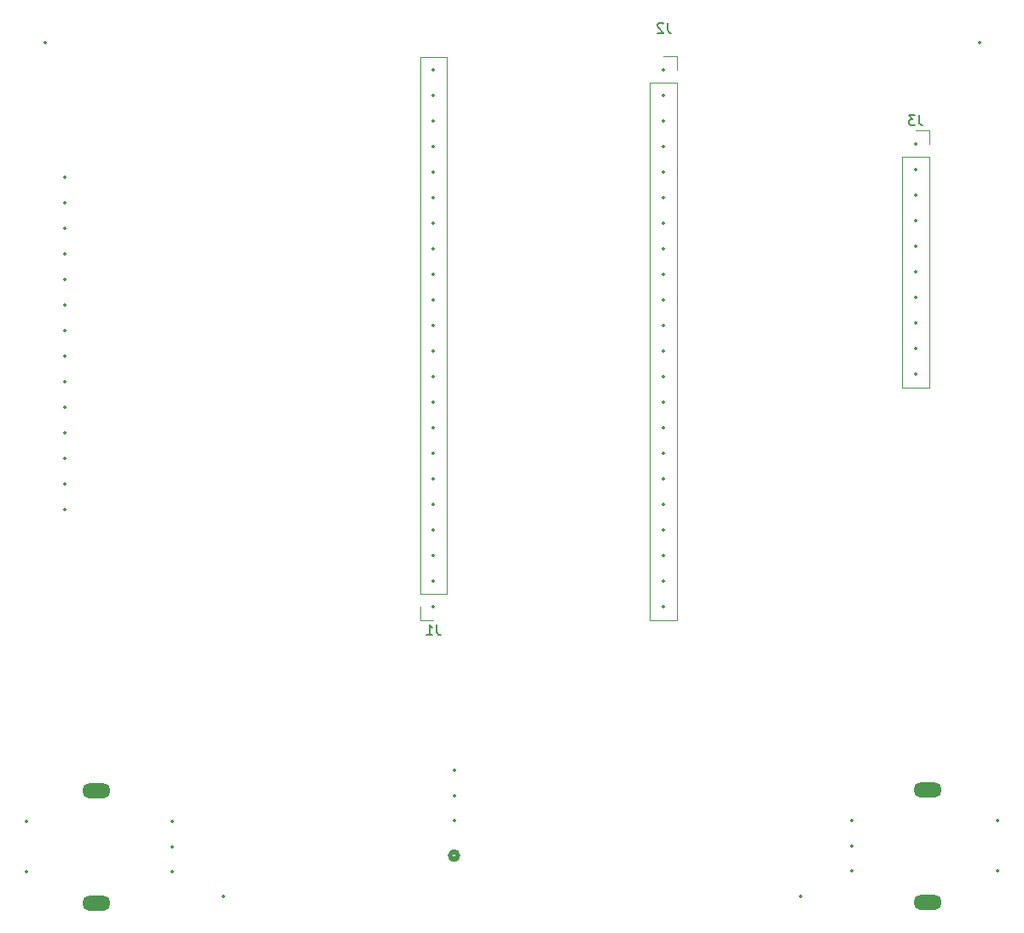
<source format=gbo>
%TF.GenerationSoftware,KiCad,Pcbnew,8.0.1-rc1*%
%TF.CreationDate,2024-08-02T11:20:44-04:00*%
%TF.ProjectId,Schema,53636865-6d61-42e6-9b69-6361645f7063,rev?*%
%TF.SameCoordinates,Original*%
%TF.FileFunction,Legend,Bot*%
%TF.FilePolarity,Positive*%
%FSLAX46Y46*%
G04 Gerber Fmt 4.6, Leading zero omitted, Abs format (unit mm)*
G04 Created by KiCad (PCBNEW 8.0.1-rc1) date 2024-08-02 11:20:44*
%MOMM*%
%LPD*%
G01*
G04 APERTURE LIST*
%ADD10C,0.150000*%
%ADD11C,0.508000*%
%ADD12C,0.120000*%
%ADD13C,0.350000*%
%ADD14O,2.800000X1.500000*%
G04 APERTURE END LIST*
D10*
X160443333Y-43154819D02*
X160443333Y-43869104D01*
X160443333Y-43869104D02*
X160490952Y-44011961D01*
X160490952Y-44011961D02*
X160586190Y-44107200D01*
X160586190Y-44107200D02*
X160729047Y-44154819D01*
X160729047Y-44154819D02*
X160824285Y-44154819D01*
X160062380Y-43154819D02*
X159443333Y-43154819D01*
X159443333Y-43154819D02*
X159776666Y-43535771D01*
X159776666Y-43535771D02*
X159633809Y-43535771D01*
X159633809Y-43535771D02*
X159538571Y-43583390D01*
X159538571Y-43583390D02*
X159490952Y-43631009D01*
X159490952Y-43631009D02*
X159443333Y-43726247D01*
X159443333Y-43726247D02*
X159443333Y-43964342D01*
X159443333Y-43964342D02*
X159490952Y-44059580D01*
X159490952Y-44059580D02*
X159538571Y-44107200D01*
X159538571Y-44107200D02*
X159633809Y-44154819D01*
X159633809Y-44154819D02*
X159919523Y-44154819D01*
X159919523Y-44154819D02*
X160014761Y-44107200D01*
X160014761Y-44107200D02*
X160062380Y-44059580D01*
X112553333Y-93794819D02*
X112553333Y-94509104D01*
X112553333Y-94509104D02*
X112600952Y-94651961D01*
X112600952Y-94651961D02*
X112696190Y-94747200D01*
X112696190Y-94747200D02*
X112839047Y-94794819D01*
X112839047Y-94794819D02*
X112934285Y-94794819D01*
X111553333Y-94794819D02*
X112124761Y-94794819D01*
X111839047Y-94794819D02*
X111839047Y-93794819D01*
X111839047Y-93794819D02*
X111934285Y-93937676D01*
X111934285Y-93937676D02*
X112029523Y-94032914D01*
X112029523Y-94032914D02*
X112124761Y-94080533D01*
X135473333Y-33974819D02*
X135473333Y-34689104D01*
X135473333Y-34689104D02*
X135520952Y-34831961D01*
X135520952Y-34831961D02*
X135616190Y-34927200D01*
X135616190Y-34927200D02*
X135759047Y-34974819D01*
X135759047Y-34974819D02*
X135854285Y-34974819D01*
X135044761Y-34070057D02*
X134997142Y-34022438D01*
X134997142Y-34022438D02*
X134901904Y-33974819D01*
X134901904Y-33974819D02*
X134663809Y-33974819D01*
X134663809Y-33974819D02*
X134568571Y-34022438D01*
X134568571Y-34022438D02*
X134520952Y-34070057D01*
X134520952Y-34070057D02*
X134473333Y-34165295D01*
X134473333Y-34165295D02*
X134473333Y-34260533D01*
X134473333Y-34260533D02*
X134520952Y-34403390D01*
X134520952Y-34403390D02*
X135092380Y-34974819D01*
X135092380Y-34974819D02*
X134473333Y-34974819D01*
D11*
%TO.C,SW3*%
X114650100Y-116726300D02*
G75*
G02*
X113888100Y-116726300I-381000J0D01*
G01*
X113888100Y-116726300D02*
G75*
G02*
X114650100Y-116726300I381000J0D01*
G01*
D12*
%TO.C,J3*%
X158780000Y-47300000D02*
X161440000Y-47300000D01*
X158780000Y-70220000D02*
X158780000Y-47300000D01*
X158780000Y-70220000D02*
X161440000Y-70220000D01*
X160110000Y-44700000D02*
X161440000Y-44700000D01*
X161440000Y-44700000D02*
X161440000Y-46030000D01*
X161440000Y-70220000D02*
X161440000Y-47300000D01*
%TO.C,J1*%
X110890000Y-37340000D02*
X110890000Y-90740000D01*
X110890000Y-93340000D02*
X110890000Y-92010000D01*
X112220000Y-93340000D02*
X110890000Y-93340000D01*
X113550000Y-37340000D02*
X110890000Y-37340000D01*
X113550000Y-37340000D02*
X113550000Y-90740000D01*
X113550000Y-90740000D02*
X110890000Y-90740000D01*
%TO.C,J2*%
X133740000Y-39930000D02*
X136400000Y-39930000D01*
X133740000Y-93330000D02*
X133740000Y-39930000D01*
X133740000Y-93330000D02*
X136400000Y-93330000D01*
X135070000Y-37330000D02*
X136400000Y-37330000D01*
X136400000Y-37330000D02*
X136400000Y-38660000D01*
X136400000Y-93330000D02*
X136400000Y-39930000D01*
%TD*%
D13*
X91350000Y-120750000D03*
X75620000Y-49360000D03*
X75620000Y-51900000D03*
X75620000Y-54440000D03*
X75620000Y-56980000D03*
X75620000Y-59520000D03*
X75620000Y-62060000D03*
X75620000Y-64600000D03*
X75620000Y-67140000D03*
X75620000Y-69680000D03*
X75620000Y-72220000D03*
X75620000Y-74760000D03*
X75620000Y-77300000D03*
X75620000Y-79840000D03*
X75620000Y-82380000D03*
X148700000Y-120750000D03*
X73650000Y-35900000D03*
X86280000Y-118360000D03*
X86280000Y-113360000D03*
X86280000Y-115860000D03*
D14*
X78780000Y-121460000D03*
X78780000Y-110260000D03*
D13*
X71780000Y-113360000D03*
X71780000Y-118360000D03*
X166500000Y-35900000D03*
X114269100Y-108270000D03*
X114269100Y-110770000D03*
X114269100Y-113270000D03*
X153780000Y-113280000D03*
X153780000Y-118280000D03*
X153780000Y-115780000D03*
D14*
X161280000Y-110180000D03*
X161280000Y-121380000D03*
D13*
X168280000Y-118280000D03*
X168280000Y-113280000D03*
X160110000Y-46030000D03*
X160110000Y-48570000D03*
X160110000Y-51110000D03*
X160110000Y-53650000D03*
X160110000Y-56190000D03*
X160110000Y-58730000D03*
X160110000Y-61270000D03*
X160110000Y-63810000D03*
X160110000Y-66350000D03*
X160110000Y-68890000D03*
X112220000Y-92010000D03*
X112220000Y-89470000D03*
X112220000Y-86930000D03*
X112220000Y-84390000D03*
X112220000Y-81850000D03*
X112220000Y-79310000D03*
X112220000Y-76770000D03*
X112220000Y-74230000D03*
X112220000Y-71690000D03*
X112220000Y-69150000D03*
X112220000Y-66610000D03*
X112220000Y-64070000D03*
X112220000Y-61530000D03*
X112220000Y-58990000D03*
X112220000Y-56450000D03*
X112220000Y-53910000D03*
X112220000Y-51370000D03*
X112220000Y-48830000D03*
X112220000Y-46290000D03*
X112220000Y-43750000D03*
X112220000Y-41210000D03*
X112220000Y-38670000D03*
X135070000Y-38660000D03*
X135070000Y-41200000D03*
X135070000Y-43740000D03*
X135070000Y-46280000D03*
X135070000Y-48820000D03*
X135070000Y-51360000D03*
X135070000Y-53900000D03*
X135070000Y-56440000D03*
X135070000Y-58980000D03*
X135070000Y-61520000D03*
X135070000Y-64060000D03*
X135070000Y-66600000D03*
X135070000Y-69140000D03*
X135070000Y-71680000D03*
X135070000Y-74220000D03*
X135070000Y-76760000D03*
X135070000Y-79300000D03*
X135070000Y-81840000D03*
X135070000Y-84380000D03*
X135070000Y-86920000D03*
X135070000Y-89460000D03*
X135070000Y-92000000D03*
M02*

</source>
